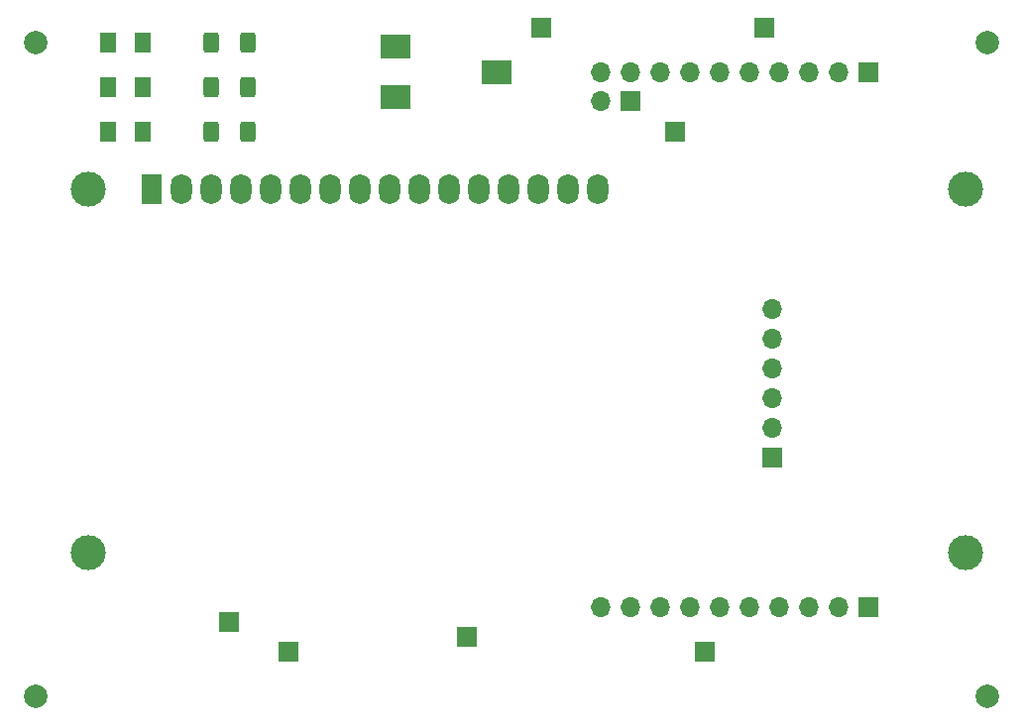
<source format=gbr>
%TF.GenerationSoftware,KiCad,Pcbnew,(6.0.4-0)*%
%TF.CreationDate,2022-04-20T10:51:29-04:00*%
%TF.ProjectId,msp_stuff,6d73705f-7374-4756-9666-2e6b69636164,rev?*%
%TF.SameCoordinates,Original*%
%TF.FileFunction,Soldermask,Top*%
%TF.FilePolarity,Negative*%
%FSLAX46Y46*%
G04 Gerber Fmt 4.6, Leading zero omitted, Abs format (unit mm)*
G04 Created by KiCad (PCBNEW (6.0.4-0)) date 2022-04-20 10:51:29*
%MOMM*%
%LPD*%
G01*
G04 APERTURE LIST*
G04 Aperture macros list*
%AMRoundRect*
0 Rectangle with rounded corners*
0 $1 Rounding radius*
0 $2 $3 $4 $5 $6 $7 $8 $9 X,Y pos of 4 corners*
0 Add a 4 corners polygon primitive as box body*
4,1,4,$2,$3,$4,$5,$6,$7,$8,$9,$2,$3,0*
0 Add four circle primitives for the rounded corners*
1,1,$1+$1,$2,$3*
1,1,$1+$1,$4,$5*
1,1,$1+$1,$6,$7*
1,1,$1+$1,$8,$9*
0 Add four rect primitives between the rounded corners*
20,1,$1+$1,$2,$3,$4,$5,0*
20,1,$1+$1,$4,$5,$6,$7,0*
20,1,$1+$1,$6,$7,$8,$9,0*
20,1,$1+$1,$8,$9,$2,$3,0*%
G04 Aperture macros list end*
%ADD10R,1.700000X1.700000*%
%ADD11O,1.700000X1.700000*%
%ADD12RoundRect,0.250001X-0.462499X-0.624999X0.462499X-0.624999X0.462499X0.624999X-0.462499X0.624999X0*%
%ADD13RoundRect,0.250000X-0.400000X-0.625000X0.400000X-0.625000X0.400000X0.625000X-0.400000X0.625000X0*%
%ADD14C,3.000000*%
%ADD15R,1.800000X2.600000*%
%ADD16O,1.800000X2.600000*%
%ADD17R,2.500000X2.000000*%
%ADD18C,2.000000*%
G04 APERTURE END LIST*
D10*
%TO.C,REF\u002A\u002A*%
X153640000Y-100330000D03*
D11*
X151100000Y-100330000D03*
X148560000Y-100330000D03*
X146020000Y-100330000D03*
X143480000Y-100330000D03*
X140940000Y-100330000D03*
X138400000Y-100330000D03*
X135860000Y-100330000D03*
X133320000Y-100330000D03*
X130780000Y-100330000D03*
%TD*%
D10*
%TO.C,REF\u002A\u002A*%
X153670000Y-146050000D03*
D11*
X151130000Y-146050000D03*
X148590000Y-146050000D03*
X146050000Y-146050000D03*
X143510000Y-146050000D03*
X140970000Y-146050000D03*
X138430000Y-146050000D03*
X135890000Y-146050000D03*
X133350000Y-146050000D03*
X130810000Y-146050000D03*
%TD*%
D12*
%TO.C,D3*%
X88682500Y-97790000D03*
X91657500Y-97790000D03*
%TD*%
D10*
%TO.C,REF\u002A\u002A*%
X145460000Y-133325000D03*
D11*
X145460000Y-130785000D03*
X145460000Y-128245000D03*
X145460000Y-125705000D03*
X145460000Y-123165000D03*
X145460000Y-120625000D03*
%TD*%
D13*
%TO.C,R2*%
X97510000Y-101600000D03*
X100610000Y-101600000D03*
%TD*%
D14*
%TO.C,U1*%
X86960900Y-141373200D03*
X86960900Y-110372500D03*
X161959480Y-141373200D03*
X161960000Y-110372500D03*
D15*
X92460000Y-110372500D03*
D16*
X95000000Y-110372500D03*
X97540000Y-110372500D03*
X100080000Y-110372500D03*
X102620000Y-110372500D03*
X105160000Y-110372500D03*
X107700000Y-110372500D03*
X110240000Y-110372500D03*
X112780000Y-110372500D03*
X115320000Y-110372500D03*
X117860000Y-110372500D03*
X120400000Y-110372500D03*
X122940000Y-110372500D03*
X125480000Y-110372500D03*
X128020000Y-110372500D03*
X130560000Y-110372500D03*
%TD*%
D10*
%TO.C,REF\u002A\u002A*%
X125730000Y-96520000D03*
%TD*%
D17*
%TO.C,RV1*%
X113270000Y-102480000D03*
X121920000Y-100330000D03*
X113270000Y-98180000D03*
%TD*%
D18*
%TO.C,REF\u002A\u002A*%
X82550000Y-97790000D03*
%TD*%
D10*
%TO.C,REF\u002A\u002A*%
X144780000Y-96520000D03*
%TD*%
%TO.C,REF\u002A\u002A*%
X133350000Y-102845000D03*
D11*
X130810000Y-102845000D03*
%TD*%
D18*
%TO.C,REF\u002A\u002A*%
X82550000Y-153670000D03*
%TD*%
D13*
%TO.C,R1*%
X97510000Y-105410000D03*
X100610000Y-105410000D03*
%TD*%
D10*
%TO.C,REF\u002A\u002A*%
X104140000Y-149860000D03*
%TD*%
D18*
%TO.C,REF\u002A\u002A*%
X163830000Y-97790000D03*
%TD*%
D12*
%TO.C,D1*%
X88682500Y-105410000D03*
X91657500Y-105410000D03*
%TD*%
D18*
%TO.C,REF\u002A\u002A*%
X163830000Y-153670000D03*
%TD*%
D10*
%TO.C,REF\u002A\u002A*%
X119380000Y-148590000D03*
%TD*%
%TO.C,REF\u002A\u002A*%
X99060000Y-147320000D03*
%TD*%
%TO.C,REF\u002A\u002A*%
X139700000Y-149860000D03*
%TD*%
%TO.C,REF\u002A\u002A*%
X137160000Y-105410000D03*
%TD*%
D13*
%TO.C,R3*%
X97510000Y-97790000D03*
X100610000Y-97790000D03*
%TD*%
D12*
%TO.C,D2*%
X88682500Y-101600000D03*
X91657500Y-101600000D03*
%TD*%
M02*

</source>
